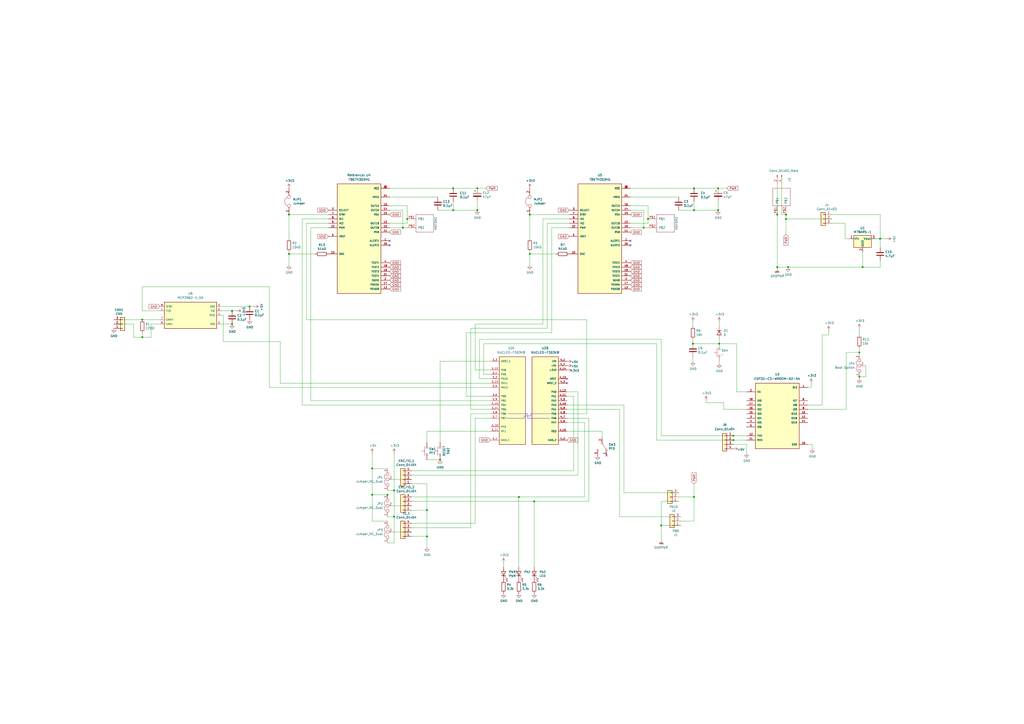
<source format=kicad_sch>
(kicad_sch (version 20230121) (generator eeschema)
  (paper "A2")
  (lib_symbols
    (symbol "Connector:Conn_01x02_Male" (pin_names (offset 1.016) hide)
      (property "Reference" "J" (at 0 2.54 0))
      (property "Value" "Conn_01x02_Male" (at 0 -5.08 0))
      (symbol "Conn_01x02_Male_1_1"
        (pin passive line (at 5.08 0 180) (length 3.81) (name "Pin_1") (number "1"))
        (pin passive line (at 5.08 -2.54 180) (length 3.81) (name "Pin_2") (number "2"))
      )
    )
    (symbol "Connector_Generic:Conn_01x03" (pin_names (offset 1.016) hide)
      (property "Reference" "J" (at 0 5.08 0))
      (property "Value" "Conn_01x03" (at 0 -5.08 0))
      (symbol "Conn_01x03_1_1"
        (pin passive line (at -5.08 2.54 0) (length 3.81) (name "Pin_1") (number "1"))
        (pin passive line (at -5.08 0 0) (length 3.81) (name "Pin_2") (number "2"))
        (pin passive line (at -5.08 -2.54 0) (length 3.81) (name "Pin_3") (number "3"))
      )
    )
    (symbol "Connector_Generic:Conn_01x04" (pin_names (offset 1.016) hide)
      (property "Reference" "J" (at 0 5.08 0))
      (property "Value" "Conn_01x04" (at 0 -7.62 0))
      (symbol "Conn_01x04_1_1"
        (pin passive line (at -5.08 2.54 0) (length 3.81) (name "Pin_1") (number "1"))
        (pin passive line (at -5.08 0 0) (length 3.81) (name "Pin_2") (number "2"))
        (pin passive line (at -5.08 -2.54 0) (length 3.81) (name "Pin_3") (number "3"))
        (pin passive line (at -5.08 -5.08 0) (length 3.81) (name "Pin_4") (number "4"))
      )
    )
    (symbol "Device:C" (pin_numbers hide) (pin_names (offset 0.254))
      (property "Reference" "C" (at 0.635 2.54 0))
      (property "Value" "C" (at 0.635 -2.54 0))
      (symbol "C_1_1"
        (pin passive line (at 0 3.81 270) (length 2.794) (name "~") (number "1"))
        (pin passive line (at 0 -3.81 90) (length 2.794) (name "~") (number "2"))
      )
    )
    (symbol "Device:CP" (pin_numbers hide) (pin_names (offset 0.254))
      (property "Reference" "C" (at 0.635 2.54 0))
      (property "Value" "Device_CP" (at 0.635 -2.54 0))
      (symbol "CP_1_1"
        (pin passive line (at 0 3.81 270) (length 2.794) (name "~") (number "1"))
        (pin passive line (at 0 -3.81 90) (length 2.794) (name "~") (number "2"))
      )
    )
    (symbol "Device:D" (pin_numbers hide) (pin_names (offset 1.016) hide)
      (property "Reference" "D" (at 0 2.54 0))
      (property "Value" "D" (at 0 -2.54 0))
      (symbol "D_1_1"
        (pin passive line (at -3.81 0 0) (length 2.54) (name "K") (number "1"))
        (pin passive line (at 3.81 0 180) (length 2.54) (name "A") (number "2"))
      )
    )
    (symbol "Device:Jumper" (pin_names (offset 0.762) hide)
      (property "Reference" "JP" (at 0 3.81 0))
      (property "Value" "Device_Jumper" (at 0 -2.032 0))
      (symbol "Jumper_0_1"
        (pin passive line (at -7.62 0 0) (length 4.191) (name "1") (number "1"))
        (pin passive line (at 7.62 0 180) (length 4.191) (name "2") (number "2"))
      )
    )
    (symbol "Device:Jumper_NC_Dual" (pin_names (offset 0.762) hide)
      (property "Reference" "JP" (at 1.27 -2.54 0))
      (property "Value" "Device_Jumper_NC_Dual" (at 0 2.54 0))
      (symbol "Jumper_NC_Dual_0_1"
        (pin passive line (at -6.35 0 0) (length 2.413) (name "1") (number "1"))
        (pin passive line (at 0 -2.54 90) (length 1.524) (name "2") (number "2"))
        (pin passive line (at 6.35 0 180) (length 2.413) (name "3") (number "3"))
      )
    )
    (symbol "Device:LED" (pin_numbers hide) (pin_names (offset 1.016) hide)
      (property "Reference" "D" (at 0 2.54 0))
      (property "Value" "LED" (at 0 -2.54 0))
      (symbol "LED_1_1"
        (pin passive line (at -3.81 0 0) (length 2.54) (name "K") (number "1"))
        (pin passive line (at 3.81 0 180) (length 2.54) (name "A") (number "2"))
      )
    )
    (symbol "Device:R" (pin_numbers hide) (pin_names (offset 0))
      (property "Reference" "R" (at 2.032 0 90))
      (property "Value" "R" (at 0 0 90))
      (symbol "R_1_1"
        (pin passive line (at 0 3.81 270) (length 1.27) (name "~") (number "1"))
        (pin passive line (at 0 -3.81 90) (length 1.27) (name "~") (number "2"))
      )
    )
    (symbol "ESP32-C3-WROOM-02-N4:ESP32-C3-WROOM-02-N4" (pin_names (offset 1.016))
      (property "Reference" "U3" (at 0 25.4 0))
      (property "Value" "ESP32-C3-WROOM-02-N4" (at 0 22.86 0))
      (symbol "ESP32-C3-WROOM-02-N4_0_0"
        (pin power_in line (at 17.78 17.78 180) (length 5.08) (name "3V3") (number "1"))
        (pin bidirectional line (at 17.78 2.54 180) (length 5.08) (name "IO10") (number "10"))
        (pin bidirectional line (at -17.78 -12.7 0) (length 5.08) (name "RXD") (number "11"))
        (pin bidirectional line (at -17.78 -10.16 0) (length 5.08) (name "TXD") (number "12"))
        (pin bidirectional line (at 17.78 0 180) (length 5.08) (name "IO18") (number "13"))
        (pin bidirectional line (at 17.78 -2.54 180) (length 5.08) (name "IO19") (number "14"))
        (pin bidirectional line (at -17.78 2.54 0) (length 5.08) (name "IO3") (number "15"))
        (pin bidirectional line (at -17.78 5.08 0) (length 5.08) (name "IO2") (number "16"))
        (pin bidirectional line (at -17.78 7.62 0) (length 5.08) (name "IO1") (number "17"))
        (pin bidirectional line (at -17.78 10.16 0) (length 5.08) (name "IO0") (number "18"))
        (pin power_in line (at 17.78 -15.24 180) (length 5.08) (name "GND") (number "19"))
        (pin input line (at -17.78 15.24 0) (length 5.08) (name "EN") (number "2"))
        (pin bidirectional line (at -17.78 0 0) (length 5.08) (name "IO4") (number "3"))
        (pin bidirectional line (at -17.78 -2.54 0) (length 5.08) (name "IO5") (number "4"))
        (pin bidirectional line (at -17.78 -5.08 0) (length 5.08) (name "IO6") (number "5"))
        (pin bidirectional line (at 17.78 10.16 180) (length 5.08) (name "IO7") (number "6"))
        (pin bidirectional line (at 17.78 7.62 180) (length 5.08) (name "IO8") (number "7"))
        (pin bidirectional line (at 17.78 5.08 180) (length 5.08) (name "IO9") (number "8"))
      )
    )
    (symbol "Liner-regulator_AOKI:NJM_TO-252" (pin_names (offset 0.254))
      (property "Reference" "U" (at -3.81 3.175 0))
      (property "Value" "Liner-regulator_AOKI_NJM_TO-252" (at 0 3.175 0))
      (symbol "NJM_TO-252_1_1"
        (pin power_in line (at -7.62 0 0) (length 2.54) (name "Vin") (number "1"))
        (pin input line (at 0 -7.62 90) (length 2.54) (name "GND") (number "2"))
        (pin power_out line (at 7.62 0 180) (length 2.54) (name "Vout") (number "3"))
      )
    )
    (symbol "MCP2562-E_SN:MCP2562-E_SN" (pin_names (offset 1.016))
      (property "Reference" "U" (at -15.2515 8.8967 0))
      (property "Value" "MCP2562-E_SN" (at -15.2639 -10.1759 0))
      (symbol "MCP2562-E_SN_0_0"
        (pin input line (at -17.78 2.54 0) (length 2.54) (name "TXD") (number "1"))
        (pin power_in line (at 17.78 -5.08 180) (length 2.54) (name "VSS") (number "2"))
        (pin power_in line (at 17.78 5.08 180) (length 2.54) (name "VDD") (number "3"))
        (pin output line (at 17.78 0 180) (length 2.54) (name "RXD") (number "4"))
        (pin power_in line (at 17.78 2.54 180) (length 2.54) (name "VIO") (number "5"))
        (pin input line (at -17.78 -5.08 0) (length 2.54) (name "CANL") (number "6"))
        (pin input line (at -17.78 -2.54 0) (length 2.54) (name "CANH") (number "7"))
        (pin input line (at -17.78 5.08 0) (length 2.54) (name "STBY") (number "8"))
      )
    )
    (symbol "NUCLEO-F303K8:NUCLEO-F303K8" (pin_names (offset 1.016))
      (property "Reference" "U" (at -7.6292 25.9456 0))
      (property "Value" "NUCLEO-F303K8" (at -7.6233 -27.7005 0))
      (symbol "NUCLEO-F303K8_1_0"
        (pin bidirectional line (at 12.7 15.24 180) (length 5.08) (name "PA9") (number "3_1"))
        (pin bidirectional line (at 12.7 -15.24 180) (length 5.08) (name "PF0") (number "3_10"))
        (pin bidirectional line (at 12.7 -17.78 180) (length 5.08) (name "PF1") (number "3_11"))
        (pin bidirectional line (at 12.7 17.78 180) (length 5.08) (name "PA8") (number "3_12"))
        (pin bidirectional line (at 12.7 10.16 180) (length 5.08) (name "PA11") (number "3_13"))
        (pin bidirectional line (at 12.7 -5.08 180) (length 5.08) (name "PB5") (number "3_14"))
        (pin bidirectional line (at 12.7 -2.54 180) (length 5.08) (name "PB4") (number "3_15"))
        (pin bidirectional line (at 12.7 12.7 180) (length 5.08) (name "PA10") (number "3_2"))
        (pin bidirectional line (at 12.7 22.86 180) (length 5.08) (name "NRST_1") (number "3_3"))
        (pin power_in line (at 12.7 -22.86 180) (length 5.08) (name "GND_1") (number "3_4"))
        (pin bidirectional line (at 12.7 7.62 180) (length 5.08) (name "PA12") (number "3_5"))
        (pin bidirectional line (at 12.7 2.54 180) (length 5.08) (name "PB0") (number "3_6"))
        (pin bidirectional line (at 12.7 -10.16 180) (length 5.08) (name "PB7") (number "3_7"))
        (pin bidirectional line (at 12.7 -7.62 180) (length 5.08) (name "PB6") (number "3_8"))
        (pin bidirectional line (at 12.7 0 180) (length 5.08) (name "PB1") (number "3_9"))
      )
      (symbol "NUCLEO-F303K8_2_0"
        (pin power_in line (at 12.7 22.86 180) (length 5.08) (name "VIN") (number "4_1"))
        (pin bidirectional line (at 12.7 -2.54 180) (length 5.08) (name "PA3") (number "4_10"))
        (pin bidirectional line (at 12.7 2.54 180) (length 5.08) (name "PA1") (number "4_11"))
        (pin bidirectional line (at 12.7 5.08 180) (length 5.08) (name "PA0") (number "4_12"))
        (pin bidirectional line (at 12.7 12.7 180) (length 5.08) (name "AREF") (number "4_13"))
        (pin power_in line (at 12.7 17.78 180) (length 5.08) (name "+3V3") (number "4_14"))
        (pin bidirectional line (at 12.7 -17.78 180) (length 5.08) (name "PB3") (number "4_15"))
        (pin power_in line (at 12.7 -22.86 180) (length 5.08) (name "GND_2") (number "4_2"))
        (pin bidirectional line (at 12.7 10.16 180) (length 5.08) (name "NRST_2") (number "4_3"))
        (pin power_in line (at 12.7 20.32 180) (length 5.08) (name "+5V") (number "4_4"))
        (pin bidirectional line (at 12.7 0 180) (length 5.08) (name "PA2") (number "4_5"))
        (pin bidirectional line (at 12.7 -12.7 180) (length 5.08) (name "PA7") (number "4_6"))
        (pin bidirectional line (at 12.7 -10.16 180) (length 5.08) (name "PA6") (number "4_7"))
        (pin bidirectional line (at 12.7 -7.62 180) (length 5.08) (name "PA5") (number "4_8"))
        (pin bidirectional line (at 12.7 -5.08 180) (length 5.08) (name "PA4") (number "4_9"))
      )
    )
    (symbol "PTS_1.5_2_1" (pin_names (offset 1.016))
      (symbol "PTS_1.5_2_1_1_0"
        (pin bidirectional line (at -2.54 -10.16 90) (length 5.08) (name "P$1") (number "P$1"))
        (pin bidirectional line (at 2.54 -10.16 90) (length 5.08) (name "P$2") (number "P$2"))
      )
    )
    (symbol "Switch:SW_Push" (pin_numbers hide) (pin_names (offset 1.016) hide)
      (property "Reference" "SW" (at 1.27 2.54 0))
      (property "Value" "SW_Push" (at 0 -1.524 0))
      (symbol "SW_Push_0_1"
        (pin passive line (at -5.08 0 0) (length 2.54) (name "1") (number "1"))
        (pin passive line (at 5.08 0 180) (length 2.54) (name "2") (number "2"))
      )
    )
    (symbol "Switch:SW_SPDT" (pin_names (offset 0) hide)
      (property "Reference" "SW" (at 0 4.318 0))
      (property "Value" "SW_SPDT" (at 0 -5.08 0))
      (symbol "SW_SPDT_1_1"
        (pin passive line (at 5.08 2.54 180) (length 2.54) (name "A") (number "1"))
        (pin passive line (at -5.08 0 0) (length 2.54) (name "B") (number "2"))
        (pin passive line (at 5.08 -2.54 180) (length 2.54) (name "C") (number "3"))
      )
    )
    (symbol "TB67H303HG_1" (pin_names (offset 1.016))
      (property "Reference" "U" (at -12.7 33.655 0))
      (property "Value" "TB67H303HG" (at -12.7 -33.02 0))
      (symbol "TB67H303HG_1_0_0"
        (pin output line (at 17.78 0 180) (length 5.08) (name "ALERT1") (number "1"))
        (pin output line (at 17.78 7.62 180) (length 5.08) (name "OUT2B") (number "10"))
        (pin output line (at 17.78 5.08 180) (length 5.08) (name "RSB") (number "11"))
        (pin output line (at 17.78 10.16 180) (length 5.08) (name "OUT1B") (number "12"))
        (pin power_in line (at 17.78 -27.94 180) (length 5.08) (name "PGNDB") (number "13"))
        (pin output line (at 17.78 17.78 180) (length 5.08) (name "OUT2A") (number "14"))
        (pin output line (at 17.78 15.24 180) (length 5.08) (name "RSA") (number "15"))
        (pin output line (at 17.78 20.32 180) (length 5.08) (name "OUT1A") (number "16"))
        (pin power_in line (at 17.78 -25.4 180) (length 5.08) (name "PGNDA") (number "17"))
        (pin power_in line (at 17.78 -15.24 180) (length 5.08) (name "TEST2") (number "18"))
        (pin power_in line (at 17.78 -17.78 180) (length 5.08) (name "TEST3") (number "19"))
        (pin power_in line (at 17.78 -22.86 180) (length 5.08) (name "SGND") (number "2"))
        (pin power_in line (at 17.78 30.48 180) (length 5.08) (name "VCC") (number "20"))
        (pin power_in line (at 17.78 -20.32 180) (length 5.08) (name "TEST4") (number "21"))
        (pin input line (at -17.78 7.62 0) (length 5.08) (name "PWM") (number "22"))
        (pin passive line (at -17.78 -7.62 0) (length 5.08) (name "OSC") (number "23"))
        (pin output line (at 17.78 25.4 180) (length 5.08) (name "VREG") (number "24"))
        (pin output line (at 17.78 -2.54 180) (length 5.08) (name "ALERT2") (number "25"))
        (pin input line (at -17.78 17.78 0) (length 5.08) (name "SELECT") (number "3"))
        (pin power_in line (at 17.78 -12.7 180) (length 5.08) (name "TEST1") (number "4"))
        (pin input line (at -17.78 2.54 0) (length 5.08) (name "VREF") (number "5"))
        (pin power_in line (at 17.78 30.48 180) (length 5.08) (name "VCC") (number "6"))
        (pin input line (at -17.78 15.24 0) (length 5.08) (name "STBY") (number "7"))
        (pin input line (at -17.78 12.7 0) (length 5.08) (name "IN1") (number "8"))
        (pin input line (at -17.78 10.16 0) (length 5.08) (name "IN2") (number "9"))
      )
    )
    (symbol "power:+3.3V" (power) (pin_names (offset 0))
      (property "Value" "+3.3V" (at 0 3.556 0))
      (symbol "+3.3V_1_1"
        (pin power_in line (at 0 0 90) (length 0) hide (name "+3V3") (number "1"))
      )
    )
    (symbol "power:+5V" (power) (pin_names (offset 0))
      (property "Value" "+5V" (at 0 3.556 0))
      (symbol "+5V_1_1"
        (pin power_in line (at 0 0 90) (length 0) hide (name "+5V") (number "1"))
      )
    )
    (symbol "power:GND" (power) (pin_names (offset 0))
      (property "Value" "GND" (at 0 -3.81 0))
      (symbol "GND_1_1"
        (pin power_in line (at 0 0 270) (length 0) hide (name "GND") (number "1"))
      )
    )
    (symbol "power:GNDPWR" (power) (pin_names (offset 0))
      (property "Value" "GNDPWR" (at 0 -3.302 0))
      (symbol "GNDPWR_1_1"
        (pin power_in line (at 0 0 270) (length 0) hide (name "GNDPWR") (number "1"))
      )
    )
    (symbol "pts_1.5_2:PTS_1.5_2" (pin_names (offset 1.016))
      (symbol "PTS_1.5_2_1_0"
        (pin bidirectional line (at -2.54 -10.16 90) (length 5.08) (name "P$1") (number "P$1"))
        (pin bidirectional line (at 2.54 -10.16 90) (length 5.08) (name "P$2") (number "P$2"))
      )
    )
  )
  (junction (at 309.88 290.83))
  (junction (at 224.79 287.02))
  (junction (at 450.85 154.94))
  (junction (at 401.955 199.39))
  (junction (at 455.93 127))
  (junction (at 402.59 109.22))
  (junction (at 228.6 284.48))
  (junction (at 383.54 304.8))
  (junction (at 215.9 287.02))
  (junction (at 450.85 124.46))
  (junction (at 215.9 271.78))
  (junction (at 144.78 177.8))
  (junction (at 247.65 295.91))
  (junction (at 416.56 109.22))
  (junction (at 307.34 147.32))
  (junction (at 167.64 147.32))
  (junction (at 307.34 124.46))
  (junction (at 425.45 255.27))
  (junction (at 167.64 124.46))
  (junction (at 82.55 185.42))
  (junction (at 402.59 288.29))
  (junction (at 375.92 127))
  (junction (at 255.27 266.7))
  (junction (at 300.99 288.29))
  (junction (at 425.45 252.73))
  (junction (at 82.55 195.58))
  (junction (at 373.38 132.08))
  (junction (at 134.62 187.96))
  (junction (at 247.65 311.15))
  (junction (at 262.89 109.22))
  (junction (at 134.62 180.34))
  (junction (at 233.68 132.08))
  (junction (at 510.54 138.43))
  (junction (at 416.56 121.92))
  (junction (at 236.22 127))
  (junction (at 457.2 154.94))
  (junction (at 498.475 204.47))
  (junction (at 498.475 218.44))
  (junction (at 228.6 299.72))
  (junction (at 417.195 199.39))
  (junction (at 455.93 124.46))
  (junction (at 500.38 154.94))
  (junction (at 262.89 121.92))
  (junction (at 276.86 121.92))
  (junction (at 276.86 109.22))
  (junction (at 402.59 121.92))
  (no_connect (at 328.93 219.71))
  (no_connect (at 365.76 139.7))
  (no_connect (at 226.06 139.7))
  (no_connect (at 365.76 142.24))
  (no_connect (at 351.79 264.16))
  (no_connect (at 328.93 222.25))
  (no_connect (at 226.06 142.24))
  (wire (pts (xy 419.735 237.49) (xy 433.07 237.49)))
  (wire (pts (xy 320.04 132.08) (xy 320.04 193.04)))
  (wire (pts (xy 273.05 237.49) (xy 284.48 237.49)))
  (wire (pts (xy 128.27 182.88) (xy 129.54 182.88)))
  (wire (pts (xy 129.54 198.12) (xy 162.56 198.12)))
  (wire (pts (xy 427.355 199.39) (xy 427.355 227.33)))
  (wire (pts (xy 162.56 198.12) (xy 162.56 222.25)))
  (wire (pts (xy 167.64 147.32) (xy 182.88 147.32)))
  (wire (pts (xy 224.79 302.26) (xy 215.9 302.26)))
  (wire (pts (xy 330.2 124.46) (xy 307.34 124.46)))
  (wire (pts (xy 236.22 127) (xy 236.22 119.38)))
  (wire (pts (xy 365.76 119.38) (xy 375.92 119.38)))
  (wire (pts (xy 359.41 237.49) (xy 359.41 299.72)))
  (wire (pts (xy 247.65 311.15) (xy 247.65 317.5)))
  (wire (pts (xy 228.6 299.72) (xy 228.6 314.96)))
  (wire (pts (xy 128.27 180.34) (xy 134.62 180.34)))
  (wire (pts (xy 401.955 207.01) (xy 401.955 209.55)))
  (wire (pts (xy 359.41 299.72) (xy 394.97 299.72)))
  (wire (pts (xy 508 138.43) (xy 510.54 138.43)))
  (wire (pts (xy 92.71 187.96) (xy 87.63 187.96)))
  (wire (pts (xy 247.65 311.15) (xy 238.76 311.15)))
  (wire (pts (xy 381 255.27) (xy 425.45 255.27)))
  (wire (pts (xy 128.27 187.96) (xy 134.62 187.96)))
  (wire (pts (xy 226.06 109.22) (xy 262.89 109.22)))
  (wire (pts (xy 247.65 266.7) (xy 255.27 266.7)))
  (wire (pts (xy 409.575 232.41) (xy 409.575 233.68)))
  (wire (pts (xy 247.65 250.19) (xy 247.65 256.54)))
  (wire (pts (xy 82.55 180.34) (xy 92.71 180.34)))
  (wire (pts (xy 476.885 194.31) (xy 480.695 194.31)))
  (wire (pts (xy 365.76 114.3) (xy 393.7 114.3)))
  (wire (pts (xy 500.38 154.94) (xy 500.38 146.05)))
  (wire (pts (xy 417.195 186.69) (xy 417.195 189.23)))
  (wire (pts (xy 247.65 295.91) (xy 247.65 311.15)))
  (wire (pts (xy 177.8 129.54) (xy 190.5 129.54)))
  (wire (pts (xy 254 121.92) (xy 262.89 121.92)))
  (wire (pts (xy 215.9 287.02) (xy 215.9 271.78)))
  (wire (pts (xy 373.38 121.92) (xy 373.38 132.08)))
  (wire (pts (xy 490.855 204.47) (xy 498.475 204.47)))
  (wire (pts (xy 510.54 154.94) (xy 510.54 151.13)))
  (wire (pts (xy 402.59 116.84) (xy 402.59 121.92)))
  (wire (pts (xy 190.5 124.46) (xy 167.64 124.46)))
  (wire (pts (xy 238.76 306.07) (xy 273.05 306.07)))
  (wire (pts (xy 92.71 185.42) (xy 82.55 185.42)))
  (wire (pts (xy 226.06 119.38) (xy 236.22 119.38)))
  (wire (pts (xy 339.09 245.11) (xy 339.09 288.29)))
  (wire (pts (xy 402.59 121.92) (xy 416.56 121.92)))
  (wire (pts (xy 401.955 186.69) (xy 401.955 189.23)))
  (wire (pts (xy 167.64 147.32) (xy 167.64 153.67)))
  (wire (pts (xy 228.6 284.48) (xy 228.6 299.72)))
  (wire (pts (xy 417.195 209.55) (xy 417.195 210.82)))
  (wire (pts (xy 262.89 109.22) (xy 276.86 109.22)))
  (wire (pts (xy 427.355 199.39) (xy 417.195 199.39)))
  (wire (pts (xy 238.76 293.37) (xy 227.33 293.37)))
  (wire (pts (xy 309.88 290.83) (xy 341.63 290.83)))
  (wire (pts (xy 468.63 237.49) (xy 490.855 237.49)))
  (wire (pts (xy 238.76 280.67) (xy 247.65 280.67)))
  (wire (pts (xy 450.85 106.68) (xy 450.85 124.46)))
  (wire (pts (xy 227.33 278.13) (xy 238.76 278.13)))
  (wire (pts (xy 317.5 129.54) (xy 317.5 190.5)))
  (wire (pts (xy 402.59 288.29) (xy 402.59 302.26)))
  (wire (pts (xy 427.355 227.33) (xy 433.07 227.33)))
  (wire (pts (xy 255.27 209.55) (xy 255.27 256.54)))
  (wire (pts (xy 215.9 271.78) (xy 224.79 271.78)))
  (wire (pts (xy 340.36 185.42) (xy 177.8 185.42)))
  (wire (pts (xy 276.86 121.92) (xy 276.86 116.84)))
  (wire (pts (xy 129.54 182.88) (xy 129.54 198.12)))
  (wire (pts (xy 162.56 222.25) (xy 284.48 222.25)))
  (wire (pts (xy 238.76 275.59) (xy 335.28 275.59)))
  (wire (pts (xy 328.93 234.95) (xy 361.95 234.95)))
  (wire (pts (xy 226.06 132.08) (xy 233.68 132.08)))
  (wire (pts (xy 425.45 252.73) (xy 433.07 252.73)))
  (wire (pts (xy 77.47 195.58) (xy 77.47 187.96)))
  (wire (pts (xy 514.35 138.43) (xy 510.54 138.43)))
  (wire (pts (xy 480.695 191.77) (xy 480.695 194.31)))
  (wire (pts (xy 262.89 116.84) (xy 262.89 121.92)))
  (wire (pts (xy 498.475 190.5) (xy 498.475 194.31)))
  (wire (pts (xy 280.67 217.17) (xy 280.67 199.39)))
  (wire (pts (xy 402.59 280.67) (xy 402.59 288.29)))
  (wire (pts (xy 501.015 212.09) (xy 502.285 212.09)))
  (wire (pts (xy 455.93 135.89) (xy 455.93 127)))
  (wire (pts (xy 468.63 257.81) (xy 471.17 257.81)))
  (wire (pts (xy 328.93 250.19) (xy 349.25 250.19)))
  (wire (pts (xy 307.34 124.46) (xy 307.34 138.43)))
  (wire (pts (xy 393.7 121.92) (xy 402.59 121.92)))
  (wire (pts (xy 339.09 288.29) (xy 300.99 288.29)))
  (wire (pts (xy 455.93 124.46) (xy 455.93 127)))
  (wire (pts (xy 224.79 314.96) (xy 228.6 314.96)))
  (wire (pts (xy 402.59 109.22) (xy 416.56 109.22)))
  (wire (pts (xy 280.67 199.39) (xy 381 199.39)))
  (wire (pts (xy 330.2 127) (xy 314.96 127)))
  (wire (pts (xy 433.07 257.81) (xy 425.45 257.81)))
  (wire (pts (xy 226.06 129.54) (xy 236.22 129.54)))
  (wire (pts (xy 262.89 121.92) (xy 276.86 121.92)))
  (wire (pts (xy 383.54 304.8) (xy 383.54 313.69)))
  (wire (pts (xy 238.76 288.29) (xy 300.99 288.29)))
  (wire (pts (xy 425.45 255.27) (xy 433.07 255.27)))
  (wire (pts (xy 490.22 138.43) (xy 490.22 129.54)))
  (wire (pts (xy 238.76 273.05) (xy 332.74 273.05)))
  (wire (pts (xy 328.93 242.57) (xy 341.63 242.57)))
  (wire (pts (xy 180.34 232.41) (xy 180.34 132.08)))
  (wire (pts (xy 278.13 196.85) (xy 278.13 219.71)))
  (wire (pts (xy 365.76 132.08) (xy 373.38 132.08)))
  (wire (pts (xy 167.64 146.05) (xy 167.64 147.32)))
  (wire (pts (xy 215.9 302.26) (xy 215.9 287.02)))
  (wire (pts (xy 417.195 196.85) (xy 417.195 199.39)))
  (wire (pts (xy 82.55 193.04) (xy 82.55 195.58)))
  (wire (pts (xy 275.59 187.96) (xy 275.59 214.63)))
  (wire (pts (xy 190.5 127) (xy 175.26 127)))
  (wire (pts (xy 227.33 308.61) (xy 238.76 308.61)))
  (wire (pts (xy 510.54 124.46) (xy 510.54 138.43)))
  (wire (pts (xy 317.5 129.54) (xy 330.2 129.54)))
  (wire (pts (xy 401.955 199.39) (xy 417.195 199.39)))
  (wire (pts (xy 300.99 328.93) (xy 300.99 288.29)))
  (wire (pts (xy 278.13 219.71) (xy 284.48 219.71)))
  (wire (pts (xy 455.93 127) (xy 482.6 127)))
  (wire (pts (xy 238.76 295.91) (xy 247.65 295.91)))
  (wire (pts (xy 270.51 229.87) (xy 284.48 229.87)))
  (wire (pts (xy 416.56 121.92) (xy 416.56 116.84)))
  (wire (pts (xy 402.59 302.26) (xy 394.97 302.26)))
  (wire (pts (xy 330.2 132.08) (xy 320.04 132.08)))
  (wire (pts (xy 492.76 138.43) (xy 490.22 138.43)))
  (wire (pts (xy 275.59 242.57) (xy 284.48 242.57)))
  (wire (pts (xy 307.34 146.05) (xy 307.34 147.32)))
  (wire (pts (xy 328.93 237.49) (xy 359.41 237.49)))
  (wire (pts (xy 498.475 201.93) (xy 498.475 204.47)))
  (wire (pts (xy 270.51 193.04) (xy 270.51 229.87)))
  (wire (pts (xy 314.96 127) (xy 314.96 187.96)))
  (wire (pts (xy 215.9 271.78) (xy 215.9 262.89)))
  (wire (pts (xy 383.54 196.85) (xy 278.13 196.85)))
  (wire (pts (xy 226.06 114.3) (xy 254 114.3)))
  (wire (pts (xy 340.36 240.03) (xy 340.36 185.42)))
  (wire (pts (xy 226.06 121.92) (xy 233.68 121.92)))
  (wire (pts (xy 273.05 190.5) (xy 317.5 190.5)))
  (wire (pts (xy 401.955 196.85) (xy 401.955 199.39)))
  (wire (pts (xy 450.85 154.94) (xy 457.2 154.94)))
  (wire (pts (xy 175.26 234.95) (xy 175.26 127)))
  (wire (pts (xy 275.59 242.57) (xy 275.59 303.53)))
  (wire (pts (xy 450.85 154.94) (xy 450.85 156.21)))
  (wire (pts (xy 433.07 257.81) (xy 433.07 262.89)))
  (wire (pts (xy 332.74 229.87) (xy 332.74 273.05)))
  (wire (pts (xy 510.54 143.51) (xy 510.54 138.43)))
  (wire (pts (xy 134.62 180.34) (xy 137.16 180.34)))
  (wire (pts (xy 167.64 124.46) (xy 167.64 138.43)))
  (wire (pts (xy 233.68 121.92) (xy 233.68 132.08)))
  (wire (pts (xy 328.93 240.03) (xy 340.36 240.03)))
  (wire (pts (xy 87.63 195.58) (xy 82.55 195.58)))
  (wire (pts (xy 393.7 288.29) (xy 402.59 288.29)))
  (wire (pts (xy 328.93 229.87) (xy 332.74 229.87)))
  (wire (pts (xy 144.78 177.8) (xy 147.32 177.8)))
  (wire (pts (xy 361.95 285.75) (xy 393.7 285.75)))
  (wire (pts (xy 365.76 109.22) (xy 402.59 109.22)))
  (wire (pts (xy 490.22 129.54) (xy 482.6 129.54)))
  (wire (pts (xy 335.28 227.33) (xy 335.28 275.59)))
  (wire (pts (xy 276.86 109.22) (xy 281.94 109.22)))
  (wire (pts (xy 476.885 234.95) (xy 476.885 194.31)))
  (wire (pts (xy 82.55 195.58) (xy 77.47 195.58)))
  (wire (pts (xy 383.54 290.83) (xy 383.54 304.8)))
  (wire (pts (xy 273.05 240.03) (xy 284.48 240.03)))
  (wire (pts (xy 349.25 250.19) (xy 349.25 254)))
  (wire (pts (xy 468.63 224.79) (xy 470.535 224.79)))
  (wire (pts (xy 502.285 218.44) (xy 498.475 218.44)))
  (wire (pts (xy 365.76 129.54) (xy 375.92 129.54)))
  (wire (pts (xy 419.735 233.68) (xy 409.575 233.68)))
  (wire (pts (xy 419.735 237.49) (xy 419.735 233.68)))
  (wire (pts (xy 77.47 187.96) (xy 67.31 187.96)))
  (wire (pts (xy 238.76 290.83) (xy 309.88 290.83)))
  (wire (pts (xy 233.68 132.08) (xy 236.22 132.08)))
  (wire (pts (xy 328.93 245.11) (xy 339.09 245.11)))
  (wire (pts (xy 128.27 177.8) (xy 144.78 177.8)))
  (wire (pts (xy 309.88 328.93) (xy 309.88 290.83)))
  (wire (pts (xy 156.21 224.79) (xy 284.48 224.79)))
  (wire (pts (xy 87.63 187.96) (xy 87.63 195.58)))
  (wire (pts (xy 365.76 121.92) (xy 373.38 121.92)))
  (wire (pts (xy 500.38 154.94) (xy 510.54 154.94)))
  (wire (pts (xy 224.79 287.02) (xy 215.9 287.02)))
  (wire (pts (xy 375.92 129.54) (xy 375.92 127)))
  (wire (pts (xy 393.7 290.83) (xy 383.54 290.83)))
  (wire (pts (xy 373.38 132.08) (xy 375.92 132.08)))
  (wire (pts (xy 502.285 212.09) (xy 502.285 218.44)))
  (wire (pts (xy 247.65 250.19) (xy 284.48 250.19)))
  (wire (pts (xy 247.65 280.67) (xy 247.65 295.91)))
  (wire (pts (xy 67.31 185.42) (xy 82.55 185.42)))
  (wire (pts (xy 255.27 209.55) (xy 284.48 209.55)))
  (wire (pts (xy 498.475 204.47) (xy 498.475 205.74)))
  (wire (pts (xy 228.6 262.89) (xy 228.6 284.48)))
  (wire (pts (xy 482.6 124.46) (xy 510.54 124.46)))
  (wire (pts (xy 468.63 234.95) (xy 476.885 234.95)))
  (wire (pts (xy 275.59 303.53) (xy 238.76 303.53)))
  (wire (pts (xy 416.56 109.22) (xy 421.64 109.22)))
  (wire (pts (xy 175.26 234.95) (xy 284.48 234.95)))
  (wire (pts (xy 273.05 306.07) (xy 273.05 240.03)))
  (wire (pts (xy 270.51 193.04) (xy 320.04 193.04)))
  (wire (pts (xy 224.79 289.56) (xy 224.79 287.02)))
  (wire (pts (xy 328.93 227.33) (xy 335.28 227.33)))
  (wire (pts (xy 453.39 106.68) (xy 453.39 124.46)))
  (wire (pts (xy 292.1 328.93) (xy 292.1 326.39)))
  (wire (pts (xy 341.63 242.57) (xy 341.63 290.83)))
  (wire (pts (xy 307.34 147.32) (xy 307.34 153.67)))
  (wire (pts (xy 273.05 190.5) (xy 273.05 237.49)))
  (wire (pts (xy 498.475 218.44) (xy 498.475 219.71)))
  (wire (pts (xy 383.54 252.73) (xy 425.45 252.73)))
  (wire (pts (xy 450.85 124.46) (xy 450.85 154.94)))
  (wire (pts (xy 457.2 154.94) (xy 500.38 154.94)))
  (wire (pts (xy 490.855 237.49) (xy 490.855 204.47)))
  (wire (pts (xy 284.48 232.41) (xy 180.34 232.41)))
  (wire (pts (xy 394.97 304.8) (xy 383.54 304.8)))
  (wire (pts (xy 375.92 127) (xy 375.92 119.38)))
  (wire (pts (xy 381 199.39) (xy 381 255.27)))
  (wire (pts (xy 307.34 147.32) (xy 322.58 147.32)))
  (wire (pts (xy 383.54 196.85) (xy 383.54 252.73)))
  (wire (pts (xy 190.5 132.08) (xy 180.34 132.08)))
  (wire (pts (xy 82.55 166.37) (xy 156.21 166.37)))
  (wire (pts (xy 156.21 166.37) (xy 156.21 224.79)))
  (wire (pts (xy 82.55 166.37) (xy 82.55 180.34)))
  (wire (pts (xy 224.79 299.72) (xy 228.6 299.72)))
  (wire (pts (xy 280.67 217.17) (xy 284.48 217.17)))
  (wire (pts (xy 177.8 185.42) (xy 177.8 129.54)))
  (wire (pts (xy 275.59 187.96) (xy 314.96 187.96)))
  (wire (pts (xy 236.22 129.54) (xy 236.22 127)))
  (wire (pts (xy 471.17 260.35) (xy 471.17 257.81)))
  (wire (pts (xy 361.95 234.95) (xy 361.95 285.75)))
  (wire (pts (xy 224.79 284.48) (xy 228.6 284.48)))
  (wire (pts (xy 453.39 124.46) (xy 455.93 124.46)))
  (wire (pts (xy 470.535 224.79) (xy 470.535 222.25)))
  (wire (pts (xy 275.59 214.63) (xy 284.48 214.63)))
  (rectangle (start 306.07 240.03) (end 306.07 242.57))
  (rectangle (start 304.165 241.3) (end 304.165 242.57))
  (rectangle (start 294.005 242.57) (end 304.165 242.57))
  (rectangle (start 307.975 240.03) (end 307.975 241.3))
  (rectangle (start 306.07 242.57) (end 318.77 242.57))
  (rectangle (start 307.975 240.03) (end 319.405 240.03))
  (rectangle (start 307.975 241.3) (end 307.975 241.3))
  (rectangle (start 304.165 241.3) (end 307.975 241.3))
  (rectangle (start 294.64 240.03) (end 306.07 240.03))
  (global_label "GND" (shape input) (at 330.2 121.92 180) (property "Intersheetrefs" "${INTERSHEET_REFS}" (effects hide)))
  (global_label "GND" (shape input) (at 190.5 137.16 180) (property "Intersheetrefs" "${INTERSHEET_REFS}" (effects hide)))
  (global_label "GND" (shape input) (at 226.06 157.48 0) (property "Intersheetrefs" "${INTERSHEET_REFS}" (effects hide)))
  (global_label "GND" (shape input) (at 365.76 124.46 0) (property "Intersheetrefs" "${INTERSHEET_REFS}" (effects hide)))
  (global_label "GND" (shape input) (at 226.06 167.64 0) (property "Intersheetrefs" "${INTERSHEET_REFS}" (effects hide)))
  (global_label "PWR" (shape input) (at 402.59 280.67 90) (property "Intersheetrefs" "${INTERSHEET_REFS}" (effects hide)))
  (global_label "GND" (shape input) (at 284.48 255.27 180) (property "Intersheetrefs" "${INTERSHEET_REFS}" (effects hide)))
  (global_label "GND" (shape input) (at 226.06 160.02 0) (property "Intersheetrefs" "${INTERSHEET_REFS}" (effects hide)))
  (global_label "PWR" (shape input) (at 421.64 109.22 0) (property "Intersheetrefs" "${INTERSHEET_REFS}" (effects hide)))
  (global_label "GND" (shape input) (at 365.76 154.94 0) (property "Intersheetrefs" "${INTERSHEET_REFS}" (effects hide)))
  (global_label "PWR" (shape input) (at 455.93 135.89 270) (property "Intersheetrefs" "${INTERSHEET_REFS}" (effects hide)))
  (global_label "GND" (shape input) (at 226.06 152.4 0) (property "Intersheetrefs" "${INTERSHEET_REFS}" (effects hide)))
  (global_label "GND" (shape input) (at 226.06 134.62 0) (property "Intersheetrefs" "${INTERSHEET_REFS}" (effects hide)))
  (global_label "PWR" (shape input) (at 281.94 109.22 0) (property "Intersheetrefs" "${INTERSHEET_REFS}" (effects hide)))
  (global_label "GND" (shape input) (at 226.06 162.56 0) (property "Intersheetrefs" "${INTERSHEET_REFS}" (effects hide)))
  (global_label "GND" (shape input) (at 226.06 165.1 0) (property "Intersheetrefs" "${INTERSHEET_REFS}" (effects hide)))
  (global_label "GND" (shape input) (at 365.76 157.48 0) (property "Intersheetrefs" "${INTERSHEET_REFS}" (effects hide)))
  (global_label "GND" (shape input) (at 330.2 137.16 180) (property "Intersheetrefs" "${INTERSHEET_REFS}" (effects hide)))
  (global_label "GND" (shape input) (at 328.93 255.27 0) (property "Intersheetrefs" "${INTERSHEET_REFS}" (effects hide)))
  (global_label "GND" (shape input) (at 92.71 177.8 180) (property "Intersheetrefs" "${INTERSHEET_REFS}" (effects hide)))
  (global_label "GND" (shape input) (at 226.06 154.94 0) (property "Intersheetrefs" "${INTERSHEET_REFS}" (effects hide)))
  (global_label "GND" (shape input) (at 365.76 165.1 0) (property "Intersheetrefs" "${INTERSHEET_REFS}" (effects hide)))
  (global_label "GND" (shape input) (at 226.06 124.46 0) (property "Intersheetrefs" "${INTERSHEET_REFS}" (effects hide)))
  (global_label "GND" (shape input) (at 365.76 134.62 0) (property "Intersheetrefs" "${INTERSHEET_REFS}" (effects hide)))
  (global_label "GND" (shape input) (at 365.76 162.56 0) (property "Intersheetrefs" "${INTERSHEET_REFS}" (effects hide)))
  (global_label "GND" (shape input) (at 190.5 121.92 180) (property "Intersheetrefs" "${INTERSHEET_REFS}" (effects hide)))
  (global_label "GND" (shape input) (at 365.76 167.64 0) (property "Intersheetrefs" "${INTERSHEET_REFS}" (effects hide)))
  (global_label "GND" (shape input) (at 365.76 152.4 0) (property "Intersheetrefs" "${INTERSHEET_REFS}" (effects hide)))
  (global_label "GND" (shape input) (at 365.76 160.02 0) (property "Intersheetrefs" "${INTERSHEET_REFS}" (effects hide)))
  (symbol (lib_id "Device:Jumper") (at 307.34 116.84 90) (unit 1)
    (property "Reference" "MJP2" (at 309.5752 115.6716 90) (effects (justify right)))
    (property "Value" "Jumper" (at 309.5752 117.983 90) (effects (justify right)))
    (property "Footprint" "Jumper:SolderJumper-2_P1.3mm_Open_TrianglePad1.0x1.5mm" (effects hide))
  )
  (symbol (lib_id "Device:LED") (at 300.99 332.74 90) (unit 1)
    (property "Reference" "PA1" (at 303.9872 331.7494 90) (effects (justify right)))
    (property "Value" "LED" (effects hide))
    (property "Footprint" "LED_SMD:LED_1206_3216Metric_Pad1.42x1.75mm_HandSolder" (effects hide))
  )
  (symbol (lib_id "power:+3.3V") (at 137.16 180.34 270) (unit 1)
    (property "Reference" "#PWR04" (effects hide))
    (property "Value" "+3.3V" (at 141.5542 180.721 0))
  )
  (symbol (lib_id "power:GND") (at 134.62 187.96 0) (unit 1)
    (property "Reference" "#PWR05" (effects hide))
    (property "Value" "GND" (at 134.747 192.3542 0))
  )
  (symbol (lib_id "power:+3.3V") (at 401.955 186.69 0) (unit 1)
    (property "Reference" "#PWR033" (effects hide))
    (property "Value" "+3.3V" (at 402.336 182.2958 0))
  )
  (symbol (lib_id "Device:R") (at 300.99 340.36 180) (unit 1)
    (property "Reference" "R5" (at 302.768 339.1916 0) (effects (justify right)))
    (property "Value" "3.3k" (at 302.768 341.503 0) (effects (justify right)))
    (property "Footprint" "Resistor_SMD:R_0603_1608Metric" (effects hide))
  )
  (symbol (lib_id "Switch:SW_Push") (at 255.27 261.62 90) (unit 1)
    (property "Reference" "SW2" (at 259.969 261.62 0))
    (property "Value" "RESET" (at 257.6576 261.62 0))
    (property "Footprint" "Button_Switch_THT:SW_PUSH_6mm_H4.3mm" (effects hide))
  )
  (symbol (lib_id "power:GND") (at 401.955 209.55 0) (unit 1)
    (property "Reference" "#PWR034" (effects hide))
    (property "Value" "GND" (at 402.082 213.9442 0))
  )
  (symbol (lib_id "power:GND") (at 292.1 344.17 0) (unit 1)
    (property "Reference" "#PWR018" (effects hide))
    (property "Value" "GND" (at 292.227 348.5642 0))
  )
  (symbol (lib_id "Device:Jumper_NC_Dual") (at 224.79 308.61 90) (unit 1)
    (property "Reference" "JP3" (at 222.1992 307.4416 90) (effects (justify left)))
    (property "Value" "Jumper_NC_Dual" (at 222.1992 309.753 90) (effects (justify left)))
    (property "Footprint" "Jumper:SolderJumper-3_P2.0mm_Open_TrianglePad1.0x1.5mm" (effects hide))
  )
  (symbol (lib_id "power:GND") (at 433.07 262.89 0) (unit 1)
    (property "Reference" "#PWR041" (effects hide))
    (property "Value" "GND" (at 433.197 267.2842 0))
  )
  (symbol (lib_id "Connector_Generic:Conn_01x04") (at 233.68 293.37 180) (unit 1)
    (property "Reference" "ENC/IO_2" (at 235.7628 282.575 0))
    (property "Value" "Conn_01x04" (at 235.7628 284.8864 0))
    (property "Footprint" "Connector_JST:JST_XA_B04B-XASK-1_1x04_P2.50mm_Vertical" (effects hide))
  )
  (symbol (lib_id "power:+3.3V") (at 167.64 109.22 0) (unit 1)
    (property "Reference" "#PWR07" (effects hide))
    (property "Value" "+3.3V" (at 168.021 104.8258 0))
  )
  (symbol (lib_id "Device:Jumper_NC_Dual") (at 224.79 278.13 90) (unit 1)
    (property "Reference" "JP1" (at 222.1992 276.9616 90) (effects (justify left)))
    (property "Value" "Jumper_NC_Dual" (at 222.1992 279.273 90) (effects (justify left)))
    (property "Footprint" "Jumper:SolderJumper-3_P2.0mm_Open_TrianglePad1.0x1.5mm" (effects hide))
  )
  (symbol (lib_id "ESP32-C3-WROOM-02-N4:ESP32-C3-WROOM-02-N4") (at 450.85 242.57 0) (unit 1)
    (property "Reference" "U3" (at 450.85 217.17 0))
    (property "Value" "ESP32-C3-WROOM-02-N4" (at 450.85 219.71 0))
    (property "Footprint" "MultiBoardMini_Libraries:ESP-WROOM-02" (effects hide))
    (property "MF" "Espressif Systems" (effects hide))
    (property "DESCRIPTION" "WiFi Modules (802.11) (Engineering Samples) SMD module, ESP32-C3, 4MB SPI flash, PCB antenna, -40 C +105 C" (effects hide))
    (property "PACKAGE" "Package" (effects hide))
    (property "PRICE" "None" (effects hide))
    (property "Package" "Package" (effects hide))
    (property "Check_prices" "https://www.snapeda.com/parts/ESP32-C3-WROOM-02-N4/Espressif+Systems/view-part/?ref=eda" (effects hide))
    (property "Price" "None" (effects hide))
    (property "SnapEDA_Link" "https://www.snapeda.com/parts/ESP32-C3-WROOM-02-N4/Espressif+Systems/view-part/?ref=snap" (effects hide))
    (property "MP" "ESP32-C3-WROOM-02-N4" (effects hide))
    (property "Purchase-URL" "https://www.snapeda.com/api/url_track_click_mouser/?unipart_id=5683419&manufacturer=Espressif Systems&part_name=ESP32-C3-WROOM-02-N4&search_term=esp32-c3-wroom-02" (effects hide))
    (property "Description" "\nWiFi Modules (802.11) (Engineering Samples) SMD module, ESP32-C3, 4MB SPI flash, PCB antenna, -40 C +85 C\n" (effects hide))
    (property "Availability" "In Stock" (effects hide))
    (property "AVAILABILITY" "In Stock" (effects hide))
    (property "PURCHASE-URL" "https://pricing.snapeda.com/search/part/ESP32-C3-WROOM-02-H4/?ref=eda" (effects hide))
  )
  (symbol (lib_id "power:GND") (at 457.2 154.94 0) (unit 1)
    (property "Reference" "#PWR040" (effects hide))
    (property "Value" "GND" (at 457.327 159.3342 0))
  )
  (symbol (lib_id "Switch:SW_SPDT") (at 349.25 259.08 270) (unit 1)
    (property "Reference" "SW3" (at 353.0092 257.9116 90) (effects (justify left)))
    (property "Value" "PF0" (at 353.0092 260.223 90) (effects (justify left)))
    (property "Footprint" "IS-2235:IS-2235" (effects hide))
  )
  (symbol (lib_id "power:GND") (at 255.27 266.7 0) (unit 1)
    (property "Reference" "#PWR016" (effects hide))
    (property "Value" "GND" (at 255.397 271.0942 0))
  )
  (symbol (lib_id "power:GND") (at 346.71 264.16 0) (unit 1)
    (property "Reference" "#PWR019" (effects hide))
    (property "Value" "GND" (at 346.837 268.5542 0))
  )
  (symbol (lib_id "Connector_Generic:Conn_01x03") (at 389.89 302.26 180) (unit 1)
    (property "Reference" "J1" (at 391.9728 310.3118 0))
    (property "Value" "PB0" (at 391.9728 308.0004 0))
    (property "Footprint" "Connector_PinHeader_2.54mm:PinHeader_1x03_P2.54mm_Vertical" (effects hide))
  )
  (symbol (lib_id "Device:C") (at 401.955 203.2 0) (unit 1)
    (property "Reference" "C9" (at 404.876 202.0316 0) (effects (justify left)))
    (property "Value" "0.1μF" (at 404.876 204.343 0) (effects (justify left)))
    (property "Footprint" "Capacitor_SMD:C_0805_2012Metric" (effects hide))
  )
  (symbol (lib_id "power:GND") (at 167.64 153.67 0) (unit 1)
    (property "Reference" "#PWR08" (effects hide))
    (property "Value" "GND" (at 167.767 158.0642 0))
  )
  (symbol (lib_id "power:GNDPWR") (at 450.85 156.21 0) (unit 1)
    (property "Reference" "#PWR039" (effects hide))
    (property "Value" "GNDPWR" (at 450.9516 160.1216 0))
  )
  (symbol (lib_id "MCP2562-E_SN:MCP2562-E_SN") (at 110.49 182.88 0) (unit 1)
    (property "Reference" "U6" (at 110.49 170.18 0))
    (property "Value" "MCP2562-E_SN" (at 110.49 172.72 0))
    (property "Footprint" "MultiBoardMini_Libraries:SOIC127P600X175-8N" (effects hide))
    (property "MF" "Microchip" (effects hide))
    (property "Description" "\nMicrochip MCP2562-E/SN,CAN Transceiver 1MBps 1-channel IEC 61000-4-2,8-Pin SOIC | Microchip Technology Inc. MCP2562-E/SN\n" (effects hide))
    (property "Package" "SO-8 Microchip" (effects hide))
    (property "Price" "None" (effects hide))
    (property "Check_prices" "https://www.snapeda.com/parts/MCP2562-E/SN/Microchip/view-part/?ref=eda" (effects hide))
    (property "SnapEDA_Link" "https://www.snapeda.com/parts/MCP2562-E/SN/Microchip/view-part/?ref=snap" (effects hide))
    (property "MP" "MCP2562-E/SN" (effects hide))
    (property "Purchase-URL" "https://www.snapeda.com/api/url_track_click_mouser/?unipart_id=234490&manufacturer=Microchip&part_name=MCP2562-E/SN&search_term=mcp2562" (effects hide))
    (property "Availability" "In Stock" (effects hide))
    (property "MANUFACTURER" "Microchip" (effects hide))
  )
  (symbol (lib_id "Switch:SW_Push") (at 247.65 261.62 90) (unit 1)
    (property "Reference" "SW1" (at 248.8692 260.4516 90) (effects (justify right)))
    (property "Value" "PF1" (at 248.8692 262.763 90) (effects (justify right)))
    (property "Footprint" "Button_Switch_THT:SW_PUSH_6mm_H4.3mm" (effects hide))
  )
  (symbol (lib_id "pts_1.5_2:PTS_1.5_2") (at 246.38 129.54 270) (unit 1)
    (property "Reference" "MOTOR1" (at 252.73 129.54 0))
    (property "Value" "PTS_1.5_2" (effects hide))
    (property "Footprint" "MultiBoardMini_Libraries:PTS_1.5_2" (effects hide))
  )
  (symbol (lib_id "power:GND") (at 66.04 190.5 0) (unit 1)
    (property "Reference" "#PWR01" (effects hide))
    (property "Value" "GND" (at 66.167 194.8942 0))
  )
  (symbol (lib_id "power:+3.3V") (at 292.1 326.39 0) (unit 1)
    (property "Reference" "#PWR017" (effects hide))
    (property "Value" "+3.3V" (at 292.481 321.9958 0))
  )
  (symbol (lib_id "power:+5V") (at 328.93 209.55 270) (unit 1)
    (property "Reference" "#PWR027" (effects hide))
    (property "Value" "+5V" (at 333.3242 209.931 90))
  )
  (symbol (lib_id "pts_1.5_2:PTS_1.5_2") (at 386.08 129.54 270) (unit 1)
    (property "Reference" "MOTOR2" (at 392.43 129.54 0))
    (property "Value" "PTS_1.5_2" (effects hide))
    (property "Footprint" "MultiBoardMini_Libraries:PTS_1.5_2" (effects hide))
  )
  (symbol (lib_id "Liner-regulator_AOKI:NJM_TO-252") (at 500.38 138.43 0) (unit 1)
    (property "Reference" "U1" (at 500.38 132.2832 0))
    (property "Value" "M78AR5-1" (at 500.38 134.5946 0))
    (property "Footprint" "MultiBoardMini_Libraries:M78AR" (effects hide))
  )
  (symbol (lib_id "Device:CP") (at 416.56 113.03 0) (unit 1)
    (property "Reference" "C5" (at 419.5572 111.8616 0) (effects (justify left)))
    (property "Value" "47μF" (at 419.5572 114.173 0) (effects (justify left)))
    (property "Footprint" "Capacitor_THT:CP_Radial_D6.3mm_P2.50mm" (effects hide))
  )
  (symbol (lib_id "NUCLEO-F303K8:NUCLEO-F303K8") (at 297.18 232.41 0) (mirror y) (unit 1)
    (property "Reference" "U2" (at 294.64 201.93 0) (effects (justify right)))
    (property "Value" "NUCLEO-F303K8" (at 288.29 204.47 0) (effects (justify right)))
    (property "Footprint" "MultiBoardMini_Libraries:MODULE_NUCLEO-F303K8" (effects hide))
    (property "MF" "STMicroelectronics" (effects hide))
    (property "MAXIMUM_PACKAGE_HEIGHT" "N/A" (effects hide))
    (property "Package" "None" (effects hide))
    (property "Price" "None" (effects hide))
    (property "Check_prices" "https://www.snapeda.com/parts/NUCLEO-F303K8/STMicroelectronics/view-part/?ref=eda" (effects hide))
    (property "STANDARD" "Manufacturer Recommendations" (effects hide))
    (property "PARTREV" "5" (effects hide))
    (property "SnapEDA_Link" "https://www.snapeda.com/parts/NUCLEO-F303K8/STMicroelectronics/view-part/?ref=snap" (effects hide))
    (property "MP" "NUCLEO-F303K8" (effects hide))
    (property "Purchase-URL" "https://www.snapeda.com/api/url_track_click_mouser/?unipart_id=276791&manufacturer=STMicroelectronics&part_name=NUCLEO-F303K8&search_term=nucleo f303" (effects hide))
    (property "Description" "\nSTM32F303K8, mbed-Enabled Development Nucleo-32 STM32F3 ARM® Cortex®-M4 MCU 32-Bit Embedded Evaluation Board\n" (effects hide))
    (property "SNAPEDA_PN" "NUCLEO-F303K8" (effects hide))
    (property "Availability" "In Stock" (effects hide))
    (property "MANUFACTURER" "STMicroelectronics" (effects hide))
  )
  (symbol (lib_id "Device:R") (at 307.34 142.24 180) (unit 1)
    (property "Reference" "R3" (at 309.118 141.0716 0) (effects (justify right)))
    (property "Value" "10kΩ" (at 309.118 143.383 0) (effects (justify right)))
    (property "Footprint" "Resistor_SMD:R_0603_1608Metric" (effects hide))
  )
  (symbol (lib_id "power:+3.3V") (at 409.575 232.41 0) (unit 1)
    (property "Reference" "#PWR035" (effects hide))
    (property "Value" "+3.3V" (at 409.956 228.0158 0))
  )
  (symbol (lib_id "Connector_Generic:Conn_01x04") (at 233.68 278.13 180) (unit 1)
    (property "Reference" "ENC/IO_1" (at 235.7628 267.335 0))
    (property "Value" "Conn_01x04" (at 235.7628 269.6464 0))
    (property "Footprint" "Connector_JST:JST_XA_B04B-XASK-1_1x04_P2.50mm_Vertical" (effects hide))
  )
  (symbol (lib_id "Device:CP") (at 276.86 113.03 0) (unit 1)
    (property "Reference" "C12" (at 279.8572 111.8616 0) (effects (justify left)))
    (property "Value" "47μF" (at 279.8572 114.173 0) (effects (justify left)))
    (property "Footprint" "Capacitor_THT:CP_Radial_D6.3mm_P2.50mm" (effects hide))
  )
  (symbol (lib_id "Device:LED") (at 309.88 332.74 90) (unit 1)
    (property "Reference" "PA2" (at 312.8772 331.7494 90) (effects (justify right)))
    (property "Value" "LED" (at 312.8772 334.0608 90) (effects (justify right)))
    (property "Footprint" "LED_SMD:LED_1206_3216Metric_Pad1.42x1.75mm_HandSolder" (effects hide))
  )
  (symbol (lib_id "Connector:Conn_01x02_Male") (at 453.39 101.6 270) (unit 1)
    (property "Reference" "J3" (at 457.9874 104.3432 0))
    (property "Value" "Conn_01x02_Male" (at 454.66 99.06 90))
    (property "Footprint" "Connector_JST:JST_XA_B02B-XASK-1_1x02_P2.50mm_Vertical" (effects hide))
  )
  (symbol (lib_id "Device:C") (at 254 118.11 0) (unit 1)
    (property "Reference" "C13" (at 256.921 116.9416 0) (effects (justify left)))
    (property "Value" "0.1μF" (at 256.921 119.253 0) (effects (justify left)))
    (property "Footprint" "Capacitor_SMD:C_0805_2012Metric" (effects hide))
  )
  (symbol (lib_id "power:GND") (at 498.475 219.71 0) (unit 1)
    (property "Reference" "#PWR048" (effects hide))
    (property "Value" "GND" (at 498.602 224.1042 0))
  )
  (symbol (lib_id "power:GNDPWR") (at 383.54 313.69 0) (mirror y) (unit 1)
    (property "Reference" "#PWR06" (effects hide))
    (property "Value" "GNDPWR" (at 383.4384 317.6016 0))
  )
  (symbol (lib_id "Device:C") (at 144.78 181.61 0) (unit 1)
    (property "Reference" "C1" (at 147.701 180.4416 0) (effects (justify left)))
    (property "Value" "0.1μF" (at 147.701 182.753 0) (effects (justify left)))
    (property "Footprint" "Capacitor_SMD:C_0805_2012Metric" (effects hide))
  )
  (symbol (lib_id "power:+5V") (at 514.35 138.43 270) (unit 1)
    (property "Reference" "#PWR046" (effects hide))
    (property "Value" "+5V" (at 518.7442 138.811 0))
  )
  (symbol (lib_id "Device:R") (at 326.39 147.32 270) (unit 1)
    (property "Reference" "R7" (at 326.39 142.0622 90))
    (property "Value" "51kΩ" (at 326.39 144.3736 90))
    (property "Footprint" "Resistor_SMD:R_0603_1608Metric" (effects hide))
  )
  (symbol (lib_id "power:GND") (at 416.56 121.92 0) (unit 1)
    (property "Reference" "#PWR013" (effects hide))
    (property "Value" "GND" (at 416.687 126.3142 0))
  )
  (symbol (lib_id "power:GND") (at 309.88 344.17 0) (unit 1)
    (property "Reference" "#PWR022" (effects hide))
    (property "Value" "GND" (at 310.007 348.5642 0))
  )
  (symbol (lib_id "power:+5V") (at 147.32 177.8 270) (unit 1)
    (property "Reference" "#PWR02" (effects hide))
    (property "Value" "+5V" (at 151.7142 178.181 0))
  )
  (symbol (lib_id "power:+5V") (at 215.9 262.89 0) (unit 1)
    (property "Reference" "#PWR011" (effects hide))
    (property "Value" "+5V" (at 216.281 258.4958 0))
  )
  (symbol (lib_id "Connector_Generic:Conn_01x03") (at 388.62 288.29 180) (unit 1)
    (property "Reference" "J2" (at 390.7028 296.3418 0))
    (property "Value" "PA10" (at 390.7028 294.0304 0))
    (property "Footprint" "Connector_PinHeader_2.54mm:PinHeader_1x03_P2.54mm_Vertical" (effects hide))
  )
  (symbol (lib_id "Switch:SW_Push") (at 417.195 204.47 90) (unit 1)
    (property "Reference" "SW4" (at 418.4142 203.3016 90) (effects (justify right)))
    (property "Value" "~" (at 418.4142 205.613 90) (effects (justify right)))
    (property "Footprint" "Button_Switch_THT:SW_PUSH_6mm_H4.3mm" (effects hide))
  )
  (symbol (lib_id "NUCLEO-F303K8:NUCLEO-F303K8") (at 316.23 232.41 0) (unit 2)
    (property "Reference" "U2" (at 316.23 201.93 0))
    (property "Value" "NUCLEO-F303K8" (at 316.23 204.47 0))
    (property "Footprint" "MultiBoardMini_Libraries:MODULE_NUCLEO-F303K8" (effects hide))
    (property "MF" "STMicroelectronics" (effects hide))
    (property "MAXIMUM_PACKAGE_HEIGHT" "N/A" (effects hide))
    (property "Package" "None" (effects hide))
    (property "Price" "None" (effects hide))
    (property "Check_prices" "https://www.snapeda.com/parts/NUCLEO-F303K8/STMicroelectronics/view-part/?ref=eda" (effects hide))
    (property "STANDARD" "Manufacturer Recommendations" (effects hide))
    (property "PARTREV" "5" (effects hide))
    (property "SnapEDA_Link" "https://www.snapeda.com/parts/NUCLEO-F303K8/STMicroelectronics/view-part/?ref=snap" (effects hide))
    (property "MP" "NUCLEO-F303K8" (effects hide))
    (property "Purchase-URL" "https://www.snapeda.com/api/url_track_click_mouser/?unipart_id=276791&manufacturer=STMicroelectronics&part_name=NUCLEO-F303K8&search_term=nucleo f303" (effects hide))
    (property "Description" "\nSTM32F303K8, mbed-Enabled Development Nucleo-32 STM32F3 ARM® Cortex®-M4 MCU 32-Bit Embedded Evaluation Board\n" (effects hide))
    (property "SNAPEDA_PN" "NUCLEO-F303K8" (effects hide))
    (property "Availability" "In Stock" (effects hide))
    (property "MANUFACTURER" "STMicroelectronics" (effects hide))
  )
  (symbol (lib_name "PTS_1.5_2_1") (lib_id "pts_1.5_2:PTS_1.5_2") (at 453.39 114.3 0) (unit 1)
    (property "Reference" "T3" (effects hide))
    (property "Value" "PTS_1.5_2" (effects hide))
    (property "Footprint" "MultiBoardMini_Libraries:PTS_1.5_2" (effects hide))
  )
  (symbol (lib_id "Device:D") (at 417.195 193.04 270) (unit 1)
    (property "Reference" "D1" (at 419.735 191.77 90) (effects (justify left)))
    (property "Value" "D" (at 419.735 194.31 90) (effects (justify left)))
    (property "Footprint" "Diode_SMD:D_SOD-123F" (effects hide))
    (property "Sim.Device" "D" (effects hide))
    (property "Sim.Pins" "1=K 2=A" (effects hide))
  )
  (symbol (lib_name "TB67H303HG_1") (lib_id "TB67H303HG:TB67H303HG") (at 347.98 139.7 0) (unit 1)
    (property "Reference" "U5" (at 347.98 101.6 0))
    (property "Value" "TB67H303HG" (at 347.98 104.14 0))
    (property "Footprint" "MultiBoardMini_Libraries:TO100P2930X465X1937-25" (effects hide))
    (property "MF" "Toshiba" (effects hide))
    (property "Description" "\n- Motor Driver Power MOSFET Parallel, PWM 25-HZIP\n" (effects hide))
    (property "Package" "SIP-25 Toshiba" (effects hide))
    (property "Price" "None" (effects hide))
    (property "Check_prices" "https://www.snapeda.com/parts/TB67H303HG/Toshiba+Semiconductor+and+Storage/view-part/?ref=eda" (effects hide))
    (property "STANDARD" "IPC-7251" (effects hide))
    (property "PARTREV" "N/A" (effects hide))
    (property "SnapEDA_Link" "https://www.snapeda.com/parts/TB67H303HG/Toshiba+Semiconductor+and+Storage/view-part/?ref=snap" (effects hide))
    (property "MP" "TB67H303HG" (effects hide))
    (property "Purchase-URL" "https://www.snapeda.com/api/url_track_click_mouser/?unipart_id=1233698&manufacturer=Toshiba&part_name=TB67H303HG&search_term=tb67h303hg" (effects hide))
    (property "Availability" "In Stock" (effects hide))
    (property "MANUFACTURER" "Toshiba" (effects hide))
  )
  (symbol (lib_id "Device:Jumper") (at 167.64 116.84 90) (unit 1)
    (property "Reference" "MJP1" (at 169.8752 115.6716 90) (effects (justify right)))
    (property "Value" "Jumper" (at 169.8752 117.983 90) (effects (justify right)))
    (property "Footprint" "Jumper:SolderJumper-2_P1.3mm_Open_TrianglePad1.0x1.5mm" (effects hide))
  )
  (symbol (lib_name "TB67H303HG_1") (lib_id "TB67H303HG:TB67H303HG") (at 208.28 139.7 0) (unit 1)
    (property "Reference" "U4" (at 208.28 101.6 0) (show_name))
    (property "Value" "TB67H303HG" (at 208.28 104.14 0))
    (property "Footprint" "MultiBoardMini_Libraries:TO100P2930X465X1937-25" (effects hide))
    (property "MF" "Toshiba" (effects hide))
    (property "Description" "\n- Motor Driver Power MOSFET Parallel, PWM 25-HZIP\n" (effects hide))
    (property "Package" "SIP-25 Toshiba" (effects hide))
    (property "Price" "None" (effects hide))
    (property "Check_prices" "https://www.snapeda.com/parts/TB67H303HG/Toshiba+Semiconductor+and+Storage/view-part/?ref=eda" (effects hide))
    (property "STANDARD" "IPC-7251" (effects hide))
    (property "PARTREV" "N/A" (effects hide))
    (property "SnapEDA_Link" "https://www.snapeda.com/parts/TB67H303HG/Toshiba+Semiconductor+and+Storage/view-part/?ref=snap" (effects hide))
    (property "MP" "TB67H303HG" (effects hide))
    (property "Purchase-URL" "https://www.snapeda.com/api/url_track_click_mouser/?unipart_id=1233698&manufacturer=Toshiba&part_name=TB67H303HG&search_term=tb67h303hg" (effects hide))
    (property "Availability" "In Stock" (effects hide))
    (property "MANUFACTURER" "Toshiba" (effects hide))
  )
  (symbol (lib_id "Device:R") (at 167.64 142.24 180) (unit 1)
    (property "Reference" "R2" (at 169.418 141.0716 0) (effects (justify right)))
    (property "Value" "10kΩ" (at 169.418 143.383 0) (effects (justify right)))
    (property "Footprint" "Resistor_SMD:R_0603_1608Metric" (effects hide))
  )
  (symbol (lib_id "Device:R") (at 292.1 340.36 180) (unit 1)
    (property "Reference" "R4" (at 293.878 339.1916 0) (effects (justify right)))
    (property "Value" "3.3k" (at 293.878 341.503 0) (effects (justify right)))
    (property "Footprint" "Resistor_SMD:R_0603_1608Metric" (effects hide))
  )
  (symbol (lib_id "power:GND") (at 417.195 210.82 0) (unit 1)
    (property "Reference" "#PWR038" (effects hide))
    (property "Value" "GND" (at 417.322 215.2142 0))
  )
  (symbol (lib_id "Connector_Generic:Conn_01x03") (at 71.12 187.96 0) (mirror x) (unit 1)
    (property "Reference" "CAN1" (at 69.0372 179.705 0))
    (property "Value" "CAN" (at 69.0372 182.0164 0))
    (property "Footprint" "Connector_JST:JST_XA_B03B-XASK-1_1x03_P2.50mm_Vertical" (effects hide))
  )
  (symbol (lib_id "Device:R") (at 498.475 198.12 180) (unit 1)
    (property "Reference" "R12" (at 500.253 196.9516 0) (effects (justify right)))
    (property "Value" "10k" (at 500.253 199.263 0) (effects (justify right)))
    (property "Footprint" "Resistor_SMD:R_0603_1608Metric" (effects hide))
  )
  (symbol (lib_id "power:+3.3V") (at 328.93 214.63 270) (unit 1)
    (property "Reference" "#PWR029" (effects hide))
    (property "Value" "+3.3V" (at 333.3242 215.011 90))
  )
  (symbol (lib_id "Device:R") (at 309.88 340.36 180) (unit 1)
    (property "Reference" "R6" (at 311.658 339.1916 0) (effects (justify right)))
    (property "Value" "3.3k" (at 311.658 341.503 0) (effects (justify right)))
    (property "Footprint" "Resistor_SMD:R_0603_1608Metric" (effects hide))
  )
  (symbol (lib_id "Device:R") (at 82.55 189.23 180) (unit 1)
    (property "Reference" "R1" (at 84.328 188.0616 0) (effects (justify right)))
    (property "Value" "120Ω" (at 84.328 190.373 0) (effects (justify right)))
    (property "Footprint" "Resistor_SMD:R_0603_1608Metric" (effects hide))
  )
  (symbol (lib_id "power:+3.3V") (at 498.475 190.5 0) (unit 1)
    (property "Reference" "#PWR047" (effects hide))
    (property "Value" "+3.3V" (at 498.856 186.1058 0))
  )
  (symbol (lib_id "power:+3.3V") (at 417.195 186.69 0) (unit 1)
    (property "Reference" "#PWR037" (effects hide))
    (property "Value" "+3.3V" (at 417.576 182.2958 0))
  )
  (symbol (lib_id "Device:R") (at 186.69 147.32 270) (unit 1)
    (property "Reference" "R13" (at 186.69 142.0622 90))
    (property "Value" "51kΩ" (at 186.69 144.3736 90))
    (property "Footprint" "Resistor_SMD:R_0603_1608Metric" (effects hide))
  )
  (symbol (lib_id "power:GND") (at 307.34 153.67 0) (unit 1)
    (property "Reference" "#PWR010" (effects hide))
    (property "Value" "GND" (at 307.467 158.0642 0))
  )
  (symbol (lib_id "Connector_Generic:Conn_01x04") (at 233.68 308.61 180) (unit 1)
    (property "Reference" "IO_1" (at 235.7628 297.815 0))
    (property "Value" "Conn_01x04" (at 235.7628 300.1264 0))
    (property "Footprint" "Connector_JST:JST_XA_B04B-XASK-1_1x04_P2.50mm_Vertical" (effects hide))
  )
  (symbol (lib_id "power:+5V") (at 425.45 260.35 270) (unit 1)
    (property "Reference" "#PWR015" (effects hide))
    (property "Value" "+5V" (at 429.8442 260.731 90))
  )
  (symbol (lib_id "Connector_Generic:Conn_01x04") (at 420.37 255.27 0) (mirror y) (unit 1)
    (property "Reference" "J6" (at 420.37 246.38 0))
    (property "Value" "Conn_01x04" (at 420.37 248.92 0))
    (property "Footprint" "Connector_PinSocket_2.54mm:PinSocket_1x04_P2.54mm_Vertical" (effects hide))
  )
  (symbol (lib_id "Device:Jumper_NC_Dual") (at 224.79 293.37 90) (unit 1)
    (property "Reference" "JP2" (at 222.1992 292.2016 90) (effects (justify left)))
    (property "Value" "Jumper_NC_Dual" (at 222.1992 294.513 90) (effects (justify left)))
    (property "Footprint" "Jumper:SolderJumper-3_P2.0mm_Open_TrianglePad1.0x1.5mm" (effects hide))
  )
  (symbol (lib_id "Device:C") (at 262.89 113.03 0) (unit 1)
    (property "Reference" "C11" (at 266.7 111.9886 0) (effects (justify left)))
    (property "Value" "0.1μF" (at 266.7 114.3 0) (effects (justify left)))
    (property "Footprint" "Capacitor_SMD:C_0805_2012Metric" (effects hide))
  )
  (symbol (lib_id "power:+5V") (at 328.93 212.09 270) (unit 1)
    (property "Reference" "#PWR028" (effects hide))
    (property "Value" "+5V" (at 333.3242 212.471 90))
  )
  (symbol (lib_id "power:GND") (at 300.99 344.17 0) (unit 1)
    (property "Reference" "#PWR021" (effects hide))
    (property "Value" "GND" (at 301.117 348.5642 0))
  )
  (symbol (lib_id "power:GND") (at 276.86 121.92 0) (unit 1)
    (property "Reference" "#PWR049" (effects hide))
    (property "Value" "GND" (at 276.987 126.3142 0))
  )
  (symbol (lib_id "Device:C") (at 510.54 147.32 0) (unit 1)
    (property "Reference" "C10" (at 513.461 146.1516 0) (effects (justify left)))
    (property "Value" "4.7μF" (at 513.461 148.463 0) (effects (justify left)))
    (property "Footprint" "Capacitor_SMD:C_0805_2012Metric" (effects hide))
  )
  (symbol (lib_id "power:+3.3V") (at 480.695 191.77 0) (unit 1)
    (property "Reference" "#PWR044" (effects hide))
    (property "Value" "+3.3V" (at 481.076 187.3758 0))
  )
  (symbol (lib_id "power:GND") (at 247.65 317.5 0) (unit 1)
    (property "Reference" "#PWR014" (effects hide))
    (property "Value" "GND" (at 247.777 321.8942 0))
  )
  (symbol (lib_id "power:+3.3V") (at 470.535 222.25 0) (unit 1)
    (property "Reference" "#PWR042" (effects hide))
    (property "Value" "+3.3V" (at 470.916 217.8558 0))
  )
  (symbol (lib_id "Device:C") (at 134.62 184.15 0) (unit 1)
    (property "Reference" "C2" (at 137.541 182.9816 0) (effects (justify left)))
    (property "Value" "0.1μF" (at 137.541 185.293 0) (effects (justify left)))
    (property "Footprint" "Capacitor_SMD:C_0805_2012Metric" (effects hide))
  )
  (symbol (lib_id "Device:C") (at 402.59 113.03 0) (unit 1)
    (property "Reference" "C4" (at 406.4 111.9886 0) (effects (justify left)))
    (property "Value" "0.1μF" (at 406.4 114.3 0) (effects (justify left)))
    (property "Footprint" "Capacitor_SMD:C_0805_2012Metric" (effects hide))
  )
  (symbol (lib_id "power:GND") (at 471.17 260.35 0) (unit 1)
    (property "Reference" "#PWR043" (effects hide))
    (property "Value" "GND" (at 471.297 264.7442 0))
  )
  (symbol (lib_id "power:+3.3V") (at 307.34 109.22 0) (unit 1)
    (property "Reference" "#PWR09" (effects hide))
    (property "Value" "+3.3V" (at 307.721 104.8258 0))
  )
  (symbol (lib_id "Connector_Generic:Conn_01x03") (at 477.52 127 0) (mirror y) (unit 1) (on_board no)
    (property "Reference" "J4" (at 479.6028 118.9482 0))
    (property "Value" "Conn_01x03" (at 479.6028 121.2596 0))
    (property "Footprint" "Connector_PinHeader_2.54mm:PinHeader_1x03_P2.54mm_Vertical" (effects hide))
  )
  (symbol (lib_id "power:GND") (at 144.78 185.42 0) (unit 1)
    (property "Reference" "#PWR03" (effects hide))
    (property "Value" "GND" (at 144.907 189.8142 0))
  )
  (symbol (lib_id "Device:C") (at 393.7 118.11 0) (unit 1)
    (property "Reference" "C3" (at 396.621 116.9416 0) (effects (justify left)))
    (property "Value" "0.1μF" (at 396.621 119.253 0) (effects (justify left)))
    (property "Footprint" "Capacitor_SMD:C_0805_2012Metric" (effects hide))
  )
  (symbol (lib_id "power:+3.3V") (at 228.6 262.89 0) (unit 1)
    (property "Reference" "#PWR012" (effects hide))
    (property "Value" "+3.3V" (at 228.981 258.4958 0))
  )
  (symbol (lib_id "Device:Jumper_NC_Dual") (at 498.475 212.09 90) (unit 1)
    (property "Reference" "JP4" (at 495.8842 210.9216 90) (effects (justify left)))
    (property "Value" "Boot Option" (at 495.8842 213.233 90) (effects (justify left)))
    (property "Footprint" "Jumper:SolderJumper-3_P2.0mm_Open_TrianglePad1.0x1.5mm" (effects hide))
  )
  (symbol (lib_id "Device:LED") (at 292.1 332.74 90) (unit 1)
    (property "Reference" "PWR1" (at 295.0972 331.7494 90) (effects (justify right)))
    (property "Value" "PWR" (at 295.0972 334.0608 90) (effects (justify right)))
    (property "Footprint" "LED_SMD:LED_1206_3216Metric_Pad1.42x1.75mm_HandSolder" (effects hide))
  )
  (symbol (lib_id "Device:R") (at 401.955 193.04 180) (unit 1)
    (property "Reference" "R9" (at 403.733 191.8716 0) (effects (justify right)))
    (property "Value" "10k" (at 403.733 194.183 0) (effects (justify right)))
    (property "Footprint" "Resistor_SMD:R_0603_1608Metric" (effects hide))
  )
)
</source>
